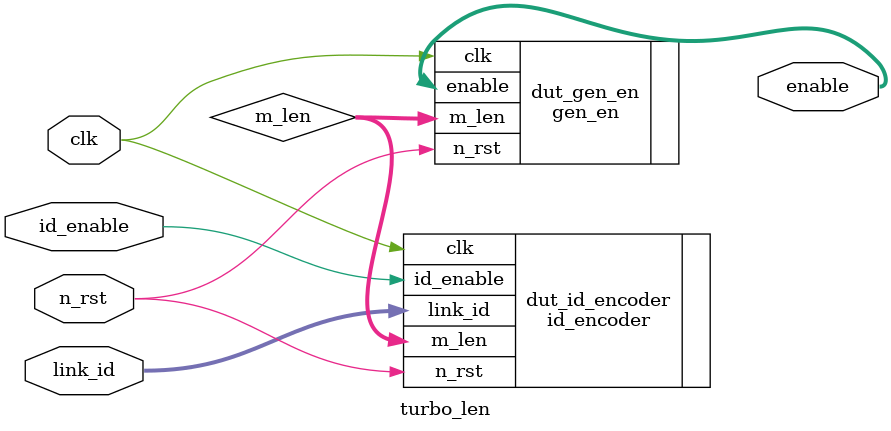
<source format=v>
`timescale 1ps/1ps

module turbo_len (
    input clk,
    input n_rst,
    input id_enable,
    input [5:0] link_id,
    output [15:0] enable
);
    wire [12:0] m_len;

    id_encoder dut_id_encoder(
        .clk(clk),
        .n_rst(n_rst),
        .link_id(link_id),
        .id_enable(id_enable),
        .m_len(m_len)
    );

    gen_en dut_gen_en(
        .clk(clk),
        .n_rst(n_rst),
        .m_len(m_len),
        .enable(enable)
    );

endmodule
</source>
